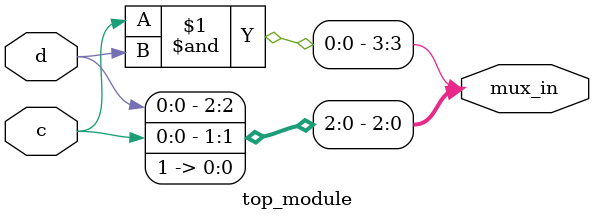
<source format=sv>
module top_module (
    input c,
    input d,
    output [3:0] mux_in
);

    wire [1:0] mux2_out;

    // Implement the Karnaugh map using two-input multiplexers
    assign mux_in[0] = 1'b1;
    assign mux_in[1] = c;
    assign mux_in[2] = d;
    assign mux_in[3] = c & d;

endmodule

</source>
